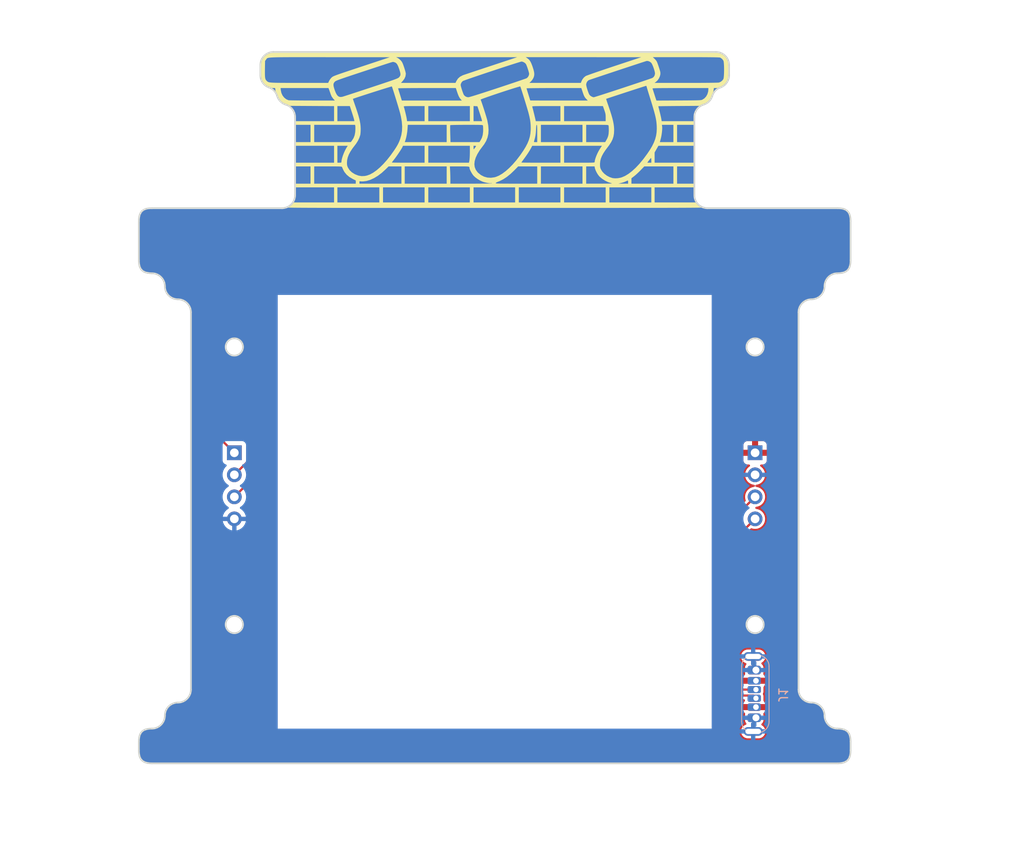
<source format=kicad_pcb>
(kicad_pcb (version 20221018) (generator pcbnew)
  (layers (0 "F.Cu" signal) (31 "B.Cu" signal) (34 "B.Paste" user) (35 "F.Paste" user) (36 "B.SilkS" user "B.Silkscreen") (37 "F.SilkS" user "F.Silkscreen") (38 "B.Mask" user) (39 "F.Mask" user) (44 "Edge.Cuts" user))
  (net 0 "")
  (net 1 "/CC1")
  (net 2 "+5V")
  (net 3 "GND")
  (net 4 "/CC2")
  (net 5 "/TOUCH1")
  (net 6 "/TOUCH2")
  (net 7 "/TOUCH3")
  (footprint "Connector_PinHeader_2.54mm:PinHeader_1x04_P2.54mm_Vertical" (layer "F.Cu") (at 160 106.2)
    (fp_text reference "J3" hide)
    (fp_text value "CAP_TOUCH")
    (pad "1" thru_hole rect (at 0 0) (size 1.7 1.7) (drill 1) (layers "*.Cu" "*.Mask") (net 2 "+5V"))
    (pad "2" thru_hole oval (at 0 2.54) (size 1.7 1.7) (drill 1) (layers "*.Cu" "*.Mask") (net 3 "GND"))
    (pad "3" thru_hole oval (at 0 5.08) (size 1.7 1.7) (drill 1) (layers "*.Cu" "*.Mask") (net 1 "/CC1"))
    (pad "4" thru_hole oval (at 0 7.62) (size 1.7 1.7) (drill 1) (layers "*.Cu" "*.Mask") (net 4 "/CC2"))
  )
  (footprint "Library:CapPad" (layer "F.Cu") (at 116 68)
    (fp_text reference "TP1" hide)
    (fp_text value "TOUCH1")
    (pad "1" smd circle (at 0 0) (size 10 10) (layers "F.Cu" "F.Paste") (net 5 "/TOUCH1"))
  )
  (footprint "Library:CapPad" (layer "F.Cu") (at 131 68)
    (fp_text reference "TP2" hide)
    (fp_text value "TOUCH2")
    (pad "1" smd circle (at 0 0) (size 10 10) (layers "F.Cu" "F.Paste") (net 6 "/TOUCH2"))
  )
  (footprint "LOGO" (layer "F.Cu") (at 129.978798 101)
    (fp_text reference "G***" hide)
    (fp_text value "LOGO" hide)
  )
  (footprint "Library:CapPad" (layer "F.Cu") (at 145 68)
    (fp_text reference "TP3" hide)
    (fp_text value "TOUCH3")
    (pad "1" smd circle (at 0 0) (size 10 10) (layers "F.Cu" "F.Paste") (net 7 "/TOUCH3"))
  )
  (footprint "Connector_PinHeader_2.54mm:PinHeader_1x04_P2.54mm_Vertical" (layer "F.Cu") (at 100 106.2)
    (fp_text reference "J2" hide)
    (fp_text value "PWR")
    (pad "1" thru_hole rect (at 0 0) (size 1.7 1.7) (drill 1) (layers "*.Cu" "*.Mask") (net 5 "/TOUCH1"))
    (pad "2" thru_hole oval (at 0 2.54) (size 1.7 1.7) (drill 1) (layers "*.Cu" "*.Mask") (net 6 "/TOUCH2"))
    (pad "3" thru_hole oval (at 0 5.08) (size 1.7 1.7) (drill 1) (layers "*.Cu" "*.Mask") (net 7 "/TOUCH3"))
    (pad "4" thru_hole oval (at 0 7.62) (size 1.7 1.7) (drill 1) (layers "*.Cu" "*.Mask") (net 3 "GND"))
  )
  (footprint "Library:TYPE-C-31-D-08" (layer "B.Cu") (at 158.45 134 90)
    (fp_text reference "J1" (at -0.1 4.75 270 unlocked) (layer "B.SilkS") (effects (justify mirror)))
    (fp_text value "USB_C_Receptacle_PowerOnly_6P")
    (pad "A5" thru_hole roundrect (at -0.5 1.65 90) (size 0.82 1.524) (drill 0.6 (offset 0 -0.2)) (layers "*.Cu" "*.Mask") (net 1 "/CC1"))
    (pad "A9" thru_hole roundrect (at 1.52 1.65 90) (size 0.862 1.524) (drill 0.65 (offset 0 -0.2)) (layers "*.Cu" "*.Mask") (net 2 "+5V"))
    (pad "A12" thru_hole roundrect (at 2.75 1.65 90) (size 1 1.524) (drill 0.8 (offset 0 -0.2)) (layers "*.Cu" "*.Mask") (net 3 "GND"))
    (pad "B5" thru_hole roundrect (at 0.5 1.65 90) (size 0.82 1.524) (drill 0.6 (offset 0 -0.2)) (layers "*.Cu" "*.Mask") (net 4 "/CC2"))
    (pad "B9" thru_hole roundrect (at -1.52 1.65 90) (size 0.862 1.524) (drill 0.65 (offset 0 -0.2)) (layers "*.Cu" "*.Mask") (net 2 "+5V"))
    (pad "B12" thru_hole roundrect (at -2.75 1.65 90) (size 1 1.524) (drill 0.8 (offset 0 -0.2)) (layers "*.Cu" "*.Mask") (net 3 "GND"))
    (pad "S1" thru_hole oval (at -4.32 1.33 90) (size 1 2.2) (drill oval 0.6 1.8) (layers "*.Cu" "*.Mask") (net 3 "GND"))
    (pad "S1" thru_hole oval (at 4.32 1.33 90) (size 1 2.2) (drill oval 0.6 1.8) (layers "*.Cu" "*.Mask") (net 3 "GND"))
  )
  (gr_arc locked (start 95 133.5) (mid 94.56066 134.56066) (end 93.5 135) (stroke (width 0.2)) (layer "Edge.Cuts"))
  (gr_line locked (start 103 61.5) (end 103 62.671573) (stroke (width 0.2)) (layer "Edge.Cuts"))
  (gr_curve locked (pts (xy 169.5 138) (xy 169.790926 138) (xy 170.031356 138.032804) (xy 170.228254 138.099325)) (stroke (width 0.2)) (layer "Edge.Cuts"))
  (gr_curve locked (pts (xy 89.043877 138.98409) (xy 89.011257 139.151924) (xy 89 139.329577) (xy 89 139.5)) (stroke (width 0.2)) (layer "Edge.Cuts"))
  (gr_curve locked (pts (xy 89.099325 84.728254) (xy 89.145523 84.864998) (xy 89.211805 84.992056) (xy 89.306687 85.101164)) (stroke (width 0.2)) (layer "Edge.Cuts"))
  (gr_arc locked (start 157 62.671573) (mid 156.724755 63.537611) (end 156 64.085786) (stroke (width 0.2)) (layer "Edge.Cuts"))
  (gr_curve locked (pts (xy 89 140.5) (xy 89 140.790926) (xy 89.032804 141.031356) (xy 89.099325 141.228254)) (stroke (width 0.2)) (layer "Edge.Cuts"))
  (gr_line locked (start 89 139.5) (end 89 140.5) (stroke (width 0.2)) (layer "Edge.Cuts"))
  (gr_arc locked (start 104 64.085786) (mid 103.275255 63.537598) (end 103 62.671573) (stroke (width 0.2)) (layer "Edge.Cuts"))
  (gr_arc locked (start 155.064586 65.064586) (mid 155.415579 64.463646) (end 156 64.085786) (stroke (width 0.2)) (layer "Edge.Cuts"))
  (gr_line locked (start 95 90) (end 95 133.5) (stroke (width 0.2)) (layer "Edge.Cuts"))
  (gr_curve locked (pts (xy 89.98409 85.456123) (xy 90.151924 85.488743) (xy 90.329577 85.5) (xy 90.5 85.5)) (stroke (width 0.2)) (layer "Edge.Cuts"))
  (gr_circle locked (center 160 94) (end 161 94) (stroke (width 0.2)) (fill none) (layer "Edge.Cuts"))
  (gr_curve locked (pts (xy 170.01591 141.956123) (xy 169.848076 141.988743) (xy 169.670423 142) (xy 169.5 142)) (stroke (width 0.2)) (layer "Edge.Cuts"))
  (gr_curve locked (pts (xy 170.828226 138.599348) (xy 170.890259 138.719768) (xy 170.930332 138.851395) (xy 170.956123 138.98409)) (stroke (width 0.2)) (layer "Edge.Cuts"))
  (gr_curve locked (pts (xy 89.771746 78.099325) (xy 89.635002 78.145523) (xy 89.507944 78.211805) (xy 89.398836 78.306687)) (stroke (width 0.2)) (layer "Edge.Cuts"))
  (gr_arc locked (start 166.5 135) (mid 167.56066 135.43934) (end 168 136.5) (stroke (width 0.2)) (layer "Edge.Cuts"))
  (gr_circle locked (center 100 126) (end 101 126) (stroke (width 0.2)) (fill none) (layer "Edge.Cuts"))
  (gr_curve locked (pts (xy 89.98409 141.956123) (xy 90.151924 141.988743) (xy 90.329577 142) (xy 90.5 142)) (stroke (width 0.2)) (layer "Edge.Cuts"))
  (gr_line locked (start 157 62.671573) (end 157 61.5) (stroke (width 0.2)) (layer "Edge.Cuts"))
  (gr_curve locked (pts (xy 89.599348 85.328226) (xy 89.719768 85.390259) (xy 89.851395 85.430332) (xy 89.98409 85.456123)) (stroke (width 0.2)) (layer "Edge.Cuts"))
  (gr_curve locked (pts (xy 89 84) (xy 89 84.290926) (xy 89.032804 84.531356) (xy 89.099325 84.728254)) (stroke (width 0.2)) (layer "Edge.Cuts"))
  (gr_curve locked (pts (xy 170.693313 141.601164) (xy 170.610706 141.696157) (xy 170.512501 141.770608) (xy 170.400652 141.828226)) (stroke (width 0.2)) (layer "Edge.Cuts"))
  (gr_curve locked (pts (xy 170.400652 141.828226) (xy 170.280232 141.890259) (xy 170.148605 141.930332) (xy 170.01591 141.956123)) (stroke (width 0.2)) (layer "Edge.Cuts"))
  (gr_arc locked (start 107 76.5) (mid 106.56066 77.56066) (end 105.5 78) (stroke (width 0.2)) (layer "Edge.Cuts"))
  (gr_curve locked (pts (xy 170.693313 85.101164) (xy 170.610706 85.196157) (xy 170.512501 85.270608) (xy 170.400652 85.328226)) (stroke (width 0.2)) (layer "Edge.Cuts"))
  (gr_line locked (start 171 140.5) (end 171 139.5) (stroke (width 0.2)) (layer "Edge.Cuts"))
  (gr_line locked (start 153 76.5) (end 153 67.5) (stroke (width 0.2)) (layer "Edge.Cuts"))
  (gr_arc locked (start 105.935414 66.064586) (mid 105.310169 65.689831) (end 104.935414 65.064586) (stroke (width 0.2)) (layer "Edge.Cuts"))
  (gr_line locked (start 107 67.5) (end 107 76.5) (stroke (width 0.2)) (layer "Edge.Cuts"))
  (gr_line locked (start 90.5 142) (end 169.5 142) (stroke (width 0.2)) (layer "Edge.Cuts"))
  (gr_arc locked (start 168 87) (mid 168.43934 85.93934) (end 169.5 85.5) (stroke (width 0.2)) (layer "Edge.Cuts"))
  (gr_curve locked (pts (xy 170.01591 85.456123) (xy 169.848076 85.488743) (xy 169.670423 85.5) (xy 169.5 85.5)) (stroke (width 0.2)) (layer "Edge.Cuts"))
  (gr_arc locked (start 154.5 78) (mid 153.43934 77.56066) (end 153 76.5) (stroke (width 0.2)) (layer "Edge.Cuts"))
  (gr_arc locked (start 103 61.5) (mid 103.43934 60.43934) (end 104.5 60) (stroke (width 0.2)) (layer "Edge.Cuts"))
  (gr_curve locked (pts (xy 171 140.5) (xy 171 140.790926) (xy 170.967196 141.031356) (xy 170.900675 141.228254)) (stroke (width 0.2)) (layer "Edge.Cuts"))
  (gr_curve locked (pts (xy 89.599348 141.828226) (xy 89.719768 141.890259) (xy 89.851395 141.930332) (xy 89.98409 141.956123)) (stroke (width 0.2)) (layer "Edge.Cuts"))
  (gr_arc locked (start 165 90) (mid 165.43934 88.93934) (end 166.5 88.5) (stroke (width 0.2)) (layer "Edge.Cuts"))
  (gr_curve locked (pts (xy 170.228254 138.099325) (xy 170.364998 138.145523) (xy 170.492056 138.211805) (xy 170.601164 138.306687)) (stroke (width 0.2)) (layer "Edge.Cuts"))
  (gr_arc locked (start 155.5 60) (mid 156.56066 60.43934) (end 157 61.5) (stroke (width 0.2)) (layer "Edge.Cuts"))
  (gr_arc locked (start 104 64.085786) (mid 104.584421 64.463645) (end 104.935414 65.064586) (stroke (width 0.2)) (layer "Edge.Cuts"))
  (gr_curve locked (pts (xy 90.5 78) (xy 90.209074 78) (xy 89.968644 78.032804) (xy 89.771746 78.099325)) (stroke (width 0.2)) (layer "Edge.Cuts"))
  (gr_arc locked (start 105.935414 66.064586) (mid 106.704807 66.606446) (end 107 67.5) (stroke (width 0.2)) (layer "Edge.Cuts"))
  (gr_curve locked (pts (xy 171 84) (xy 171 84.290926) (xy 170.967196 84.531356) (xy 170.900675 84.728254)) (stroke (width 0.2)) (layer "Edge.Cuts"))
  (gr_curve locked (pts (xy 170.956123 78.98409) (xy 170.988743 79.151924) (xy 171 79.329577) (xy 171 79.5)) (stroke (width 0.2)) (layer "Edge.Cuts"))
  (gr_arc locked (start 155.064586 65.064586) (mid 154.689835 65.689835) (end 154.064586 66.064586) (stroke (width 0.2)) (layer "Edge.Cuts"))
  (gr_arc locked (start 168 87) (mid 167.56066 88.06066) (end 166.5 88.5) (stroke (width 0.2)) (layer "Edge.Cuts"))
  (gr_curve locked (pts (xy 170.900675 84.728254) (xy 170.854477 84.864998) (xy 170.788195 84.992056) (xy 170.693313 85.101164)) (stroke (width 0.2)) (layer "Edge.Cuts"))
  (gr_curve locked (pts (xy 170.828226 78.599348) (xy 170.890259 78.719768) (xy 170.930332 78.851395) (xy 170.956123 78.98409)) (stroke (width 0.2)) (layer "Edge.Cuts"))
  (gr_line locked (start 155.5 60) (end 104.5 60) (stroke (width 0.2)) (layer "Edge.Cuts"))
  (gr_line locked (start 89 79.5) (end 89 84) (stroke (width 0.2)) (layer "Edge.Cuts"))
  (gr_arc locked (start 153 67.5) (mid 153.295193 66.606446) (end 154.064586 66.064586) (stroke (width 0.2)) (layer "Edge.Cuts"))
  (gr_curve locked (pts (xy 90.5 138) (xy 90.209074 138) (xy 89.968644 138.032804) (xy 89.771746 138.099325)) (stroke (width 0.2)) (layer "Edge.Cuts"))
  (gr_curve locked (pts (xy 170.601164 78.306687) (xy 170.696157 78.389294) (xy 170.770608 78.487499) (xy 170.828226 78.599348)) (stroke (width 0.2)) (layer "Edge.Cuts"))
  (gr_curve locked (pts (xy 170.400652 85.328226) (xy 170.280232 85.390259) (xy 170.148605 85.430332) (xy 170.01591 85.456123)) (stroke (width 0.2)) (layer "Edge.Cuts"))
  (gr_curve locked (pts (xy 170.900675 141.228254) (xy 170.854477 141.364998) (xy 170.788195 141.492056) (xy 170.693313 141.601164)) (stroke (width 0.2)) (layer "Edge.Cuts"))
  (gr_curve locked (pts (xy 170.956123 138.98409) (xy 170.988743 139.151924) (xy 171 139.329577) (xy 171 139.5)) (stroke (width 0.2)) (layer "Edge.Cuts"))
  (gr_line locked (start 171 84) (end 171 79.5) (stroke (width 0.2)) (layer "Edge.Cuts"))
  (gr_arc locked (start 93.5 88.5) (mid 92.43934 88.06066) (end 92 87) (stroke (width 0.2)) (layer "Edge.Cuts"))
  (gr_curve locked (pts (xy 89.043877 78.98409) (xy 89.011257 79.151924) (xy 89 79.329577) (xy 89 79.5)) (stroke (width 0.2)) (layer "Edge.Cuts"))
  (gr_curve locked (pts (xy 169.5 78) (xy 169.790926 78) (xy 170.031356 78.032804) (xy 170.228254 78.099325)) (stroke (width 0.2)) (layer "Edge.Cuts"))
  (gr_curve locked (pts (xy 89.306687 85.101164) (xy 89.389294 85.196157) (xy 89.487499 85.270608) (xy 89.599348 85.328226)) (stroke (width 0.2)) (layer "Edge.Cuts"))
  (gr_curve locked (pts (xy 170.601164 138.306687) (xy 170.696157 138.389294) (xy 170.770608 138.487499) (xy 170.828226 138.599348)) (stroke (width 0.2)) (layer "Edge.Cuts"))
  (gr_curve locked (pts (xy 89.306687 141.601164) (xy 89.389294 141.696157) (xy 89.487499 141.770608) (xy 89.599348 141.828226)) (stroke (width 0.2)) (layer "Edge.Cuts"))
  (gr_arc locked (start 92 136.5) (mid 91.56066 137.56066) (end 90.5 138) (stroke (width 0.2)) (layer "Edge.Cuts"))
  (gr_curve locked (pts (xy 89.398836 78.306687) (xy 89.303843 78.389294) (xy 89.229392 78.487499) (xy 89.171774 78.599348)) (stroke (width 0.2)) (layer "Edge.Cuts"))
  (gr_line locked (start 165 133.5) (end 165 90) (stroke (width 0.2)) (layer "Edge.Cuts"))
  (gr_curve locked (pts (xy 170.228254 78.099325) (xy 170.364998 78.145523) (xy 170.492056 78.211805) (xy 170.601164 78.306687)) (stroke (width 0.2)) (layer "Edge.Cuts"))
  (gr_arc locked (start 166.5 135) (mid 165.43934 134.56066) (end 165 133.5) (stroke (width 0.2)) (layer "Edge.Cuts"))
  (gr_curve locked (pts (xy 89.771746 138.099325) (xy 89.635002 138.145523) (xy 89.507944 138.211805) (xy 89.398836 138.306687)) (stroke (width 0.2)) (layer "Edge.Cuts"))
  (gr_line locked (start 105.5 78) (end 90.5 78) (stroke (width 0.2)) (layer "Edge.Cuts"))
  (gr_circle locked (center 160 126) (end 161 126) (stroke (width 0.2)) (fill none) (layer "Edge.Cuts"))
  (gr_curve locked (pts (xy 89.171774 78.599348) (xy 89.109741 78.719768) (xy 89.069668 78.851395) (xy 89.043877 78.98409)) (stroke (width 0.2)) (layer "Edge.Cuts"))
  (gr_arc locked (start 90.5 85.5) (mid 91.56066 85.93934) (end 92 87) (stroke (width 0.2)) (layer "Edge.Cuts"))
  (gr_arc locked (start 169.5 138) (mid 168.43934 137.56066) (end 168 136.5) (stroke (width 0.2)) (layer "Edge.Cuts"))
  (gr_arc locked (start 93.5 88.5) (mid 94.56066 88.93934) (end 95 90) (stroke (width 0.2)) (layer "Edge.Cuts"))
  (gr_curve locked (pts (xy 89.398836 138.306687) (xy 89.303843 138.389294) (xy 89.229392 138.487499) (xy 89.171774 138.599348)) (stroke (width 0.2)) (layer "Edge.Cuts"))
  (gr_line locked (start 169.5 78) (end 154.5 78) (stroke (width 0.2)) (layer "Edge.Cuts"))
  (gr_circle locked (center 100 94) (end 101 94) (stroke (width 0.2)) (fill none) (layer "Edge.Cuts"))
  (gr_curve locked (pts (xy 89.099325 141.228254) (xy 89.145523 141.364998) (xy 89.211805 141.492056) (xy 89.306687 141.601164)) (stroke (width 0.2)) (layer "Edge.Cuts"))
  (gr_arc locked (start 92 136.5) (mid 92.43934 135.43934) (end 93.5 135) (stroke (width 0.2)) (layer "Edge.Cuts"))
  (gr_curve locked (pts (xy 89.171774 138.599348) (xy 89.109741 138.719768) (xy 89.069668 138.851395) (xy 89.043877 138.98409)) (stroke (width 0.2)) (layer "Edge.Cuts"))
  (segment (start 159.785 134.185) (end 157.585 134.185) (width 0.25) (layer "F.Cu") (net 1))
  (segment (start 155.86 132.46) (end 155.86 115.42) (width 0.25) (layer "F.Cu") (net 1))
  (segment (start 155.86 115.42) (end 160 111.28) (width 0.25) (layer "F.Cu") (net 1))
  (segment (start 157.585 134.185) (end 155.86 132.46) (width 0.25) (layer "F.Cu") (net 1))
  (segment (start 160.1 134.5) (end 159.785 134.185) (width 0.25) (layer "F.Cu") (net 1))
  (segment (start 157.15 132.63) (end 157.15 116.67) (width 0.25) (layer "F.Cu") (net 4))
  (segment (start 157.15 116.67) (end 160 113.82) (width 0.25) (layer "F.Cu") (net 4))
  (segment (start 160.1 133.5) (end 158.02 133.5) (width 0.25) (layer "F.Cu") (net 4))
  (segment (start 158.02 133.5) (end 157.15 132.63) (width 0.25) (layer "F.Cu") (net 4))
  (segment (start 100 106.2) (end 97 103.2) (width 0.25) (layer "F.Cu") (net 5))
  (segment (start 97 103.2) (end 97 89) (width 0.25) (layer "F.Cu") (net 5))
  (segment (start 116 70) (end 116 68) (width 0.25) (layer "F.Cu") (net 5))
  (segment (start 97 89) (end 116 70) (width 0.25) (layer "F.Cu") (net 5))
  (segment (start 108 80) (end 128 80) (width 0.25) (layer "F.Cu") (net 6))
  (segment (start 100 108.74) (end 102 106.74) (width 0.25) (layer "F.Cu") (net 6))
  (segment (start 128 80) (end 131 77) (width 0.25) (layer "F.Cu") (net 6))
  (segment (start 102 86) (end 108 80) (width 0.25) (layer "F.Cu") (net 6))
  (segment (start 102 106.74) (end 102 86) (width 0.25) (layer "F.Cu") (net 6))
  (segment (start 131 77) (end 131 68) (width 0.25) (layer "F.Cu") (net 6))
  (segment (start 140 82) (end 145 77) (width 0.25) (layer "F.Cu") (net 7))
  (segment (start 100 111.28) (end 103.5 107.78) (width 0.25) (layer "F.Cu") (net 7))
  (segment (start 145 77) (end 145 68) (width 0.25) (layer "F.Cu") (net 7))
  (segment (start 109 82) (end 140 82) (width 0.25) (layer "F.Cu") (net 7))
  (segment (start 103.5 107.78) (end 103.5 87.5) (width 0.25) (layer "F.Cu") (net 7))
  (segment (start 103.5 87.5) (end 109 82) (width 0.25) (layer "F.Cu") (net 7))
  (zone (net 2) (net_name "+5V") (layer "F.Cu") (priority 1) (connect_pads (clearance 0.3)) (min_thickness 0.25) (fill yes (thermal_gap 0.5) (thermal_bridge_width 0.7))
    (polygon (pts (xy 165 104) (xy 165 140) (xy 157 140) (xy 157 104)))
  )
  (zone (net 0) (net_name "") (layers "F&B.Cu") (connect_pads (clearance 0)) (min_thickness 0.25)
    (keepout (tracks not_allowed) (vias not_allowed) (pads not_allowed) (copperpour not_allowed) (footprints not_allowed))
    (fill (thermal_gap 0.5) (thermal_bridge_width 0.5))
    (polygon (pts (xy 105 88) (xy 155 88) (xy 155 138) (xy 105 138)))
  )
  (zone (net 3) (net_name "GND") (layer "B.Cu") (connect_pads (clearance 0.5)) (min_thickness 0.25) (fill yes (thermal_gap 0.5) (thermal_bridge_width 0.5))
    (polygon (pts (xy 73 54) (xy 190 54) (xy 190 152) (xy 191 151) (xy 73 151)))
  )
)
</source>
